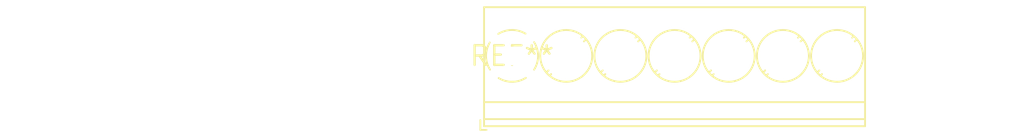
<source format=kicad_pcb>
(kicad_pcb (version 20240108) (generator pcbnew)
  (layers (0 "F.Cu" signal) (31 "B.Cu" signal) (34 "B.Paste" user) (35 "F.Paste" user) (36 "B.SilkS" user "B.Silkscreen") (37 "F.SilkS" user "F.Silkscreen") (38 "B.Mask" user) (39 "F.Mask" user) (44 "Edge.Cuts" user))
  (net 0 "")
  (footprint "TerminalBlock_Phoenix_PT-1,5-7-3.5-H_1x07_P3.50mm_Horizontal" (layer "F.Cu") (at 0 0)
    (property "Reference" "REF**")
    (property "Value" "TerminalBlock_Phoenix_PT-1,5-7-3.5-H_1x07_P3.50mm_Horizontal")
    (fp_line (start -2.05 4.16) (end -2.05 4.8) (layer "F.SilkS") (stroke (width 0.12)))
    (fp_line (start -2.05 4.8) (end -1.65 4.8) (layer "F.SilkS") (stroke (width 0.12)))
    (fp_line (start -1.81 -3.16) (end -1.81 4.56) (layer "F.SilkS") (stroke (width 0.12)))
    (fp_line (start -1.81 -3.16) (end 22.81 -3.16) (layer "F.SilkS") (stroke (width 0.12)))
    (fp_line (start -1.81 3) (end 22.81 3) (layer "F.SilkS") (stroke (width 0.12)))
    (fp_line (start -1.81 4.1) (end 22.81 4.1) (layer "F.SilkS") (stroke (width 0.12)))
    (fp_line (start -1.81 4.56) (end 22.81 4.56) (layer "F.SilkS") (stroke (width 0.12)))
    (fp_line (start 2.355 0.941) (end 2.226 1.069) (layer "F.SilkS") (stroke (width 0.12)))
    (fp_line (start 2.525 1.181) (end 2.431 1.274) (layer "F.SilkS") (stroke (width 0.12)))
    (fp_line (start 4.57 -1.275) (end 4.476 -1.181) (layer "F.SilkS") (stroke (width 0.12)))
    (fp_line (start 4.775 -1.069) (end 4.646 -0.941) (layer "F.SilkS") (stroke (width 0.12)))
    (fp_line (start 5.855 0.941) (end 5.726 1.069) (layer "F.SilkS") (stroke (width 0.12)))
    (fp_line (start 6.025 1.181) (end 5.931 1.274) (layer "F.SilkS") (stroke (width 0.12)))
    (fp_line (start 8.07 -1.275) (end 7.976 -1.181) (layer "F.SilkS") (stroke (width 0.12)))
    (fp_line (start 8.275 -1.069) (end 8.146 -0.941) (layer "F.SilkS") (stroke (width 0.12)))
    (fp_line (start 9.355 0.941) (end 9.226 1.069) (layer "F.SilkS") (stroke (width 0.12)))
    (fp_line (start 9.525 1.181) (end 9.431 1.274) (layer "F.SilkS") (stroke (width 0.12)))
    (fp_line (start 11.57 -1.275) (end 11.476 -1.181) (layer "F.SilkS") (stroke (width 0.12)))
    (fp_line (start 11.775 -1.069) (end 11.646 -0.941) (layer "F.SilkS") (stroke (width 0.12)))
    (fp_line (start 12.855 0.941) (end 12.726 1.069) (layer "F.SilkS") (stroke (width 0.12)))
    (fp_line (start 13.025 1.181) (end 12.931 1.274) (layer "F.SilkS") (stroke (width 0.12)))
    (fp_line (start 15.07 -1.275) (end 14.976 -1.181) (layer "F.SilkS") (stroke (width 0.12)))
    (fp_line (start 15.275 -1.069) (end 15.146 -0.941) (layer "F.SilkS") (stroke (width 0.12)))
    (fp_line (start 16.355 0.941) (end 16.226 1.069) (layer "F.SilkS") (stroke (width 0.12)))
    (fp_line (start 16.525 1.181) (end 16.431 1.274) (layer "F.SilkS") (stroke (width 0.12)))
    (fp_line (start 18.57 -1.275) (end 18.476 -1.181) (layer "F.SilkS") (stroke (width 0.12)))
    (fp_line (start 18.775 -1.069) (end 18.646 -0.941) (layer "F.SilkS") (stroke (width 0.12)))
    (fp_line (start 19.855 0.941) (end 19.726 1.069) (layer "F.SilkS") (stroke (width 0.12)))
    (fp_line (start 20.025 1.181) (end 19.931 1.274) (layer "F.SilkS") (stroke (width 0.12)))
    (fp_line (start 22.07 -1.275) (end 21.976 -1.181) (layer "F.SilkS") (stroke (width 0.12)))
    (fp_line (start 22.275 -1.069) (end 22.146 -0.941) (layer "F.SilkS") (stroke (width 0.12)))
    (fp_line (start 22.81 -3.16) (end 22.81 4.56) (layer "F.SilkS") (stroke (width 0.12)))
    (fp_arc (start -1.425358 0.889894) (mid -1.680286 0.014012) (end -1.44 -0.866) (layer "F.SilkS") (stroke (width 0.12)))
    (fp_arc (start -0.889894 -1.425358) (mid -0.014012 -1.680286) (end 0.866 -1.44) (layer "F.SilkS") (stroke (width 0.12)))
    (fp_arc (start 0.028674 1.680099) (mid -0.435535 1.622918) (end -0.866 1.44) (layer "F.SilkS") (stroke (width 0.12)))
    (fp_arc (start 0.890264 1.424721) (mid 0.463071 1.61492) (end 0 1.68) (layer "F.SilkS") (stroke (width 0.12)))
    (fp_arc (start 1.425504 -0.890193) (mid 1.680626 0.000476) (end 1.425 0.891) (layer "F.SilkS") (stroke (width 0.12)))
    (fp_circle (center 3.5 0) (end 5.18 0) (layer "F.SilkS") (stroke (width 0.12)) (fill none))
    (fp_circle (center 7 0) (end 8.68 0) (layer "F.SilkS") (stroke (width 0.12)) (fill none))
    (fp_circle (center 10.5 0) (end 12.18 0) (layer "F.SilkS") (stroke (width 0.12)) (fill none))
    (fp_circle (center 14 0) (end 15.68 0) (layer "F.SilkS") (stroke (width 0.12)) (fill none))
    (fp_circle (center 17.5 0) (end 19.18 0) (layer "F.SilkS") (stroke (width 0.12)) (fill none))
    (fp_circle (center 21 0) (end 22.68 0) (layer "F.SilkS") (stroke (width 0.12)) (fill none))
    (pad "1" thru_hole rect (at 0 0) (size 2.4 2.4) (drill 1.2) (layers *.Cu *.Mask) (remove_unused_layers))
    (pad "2" thru_hole circle (at 3.5 0) (size 2.4 2.4) (drill 1.2) (layers *.Cu *.Mask) (remove_unused_layers))
    (pad "3" thru_hole circle (at 7 0) (size 2.4 2.4) (drill 1.2) (layers *.Cu *.Mask) (remove_unused_layers))
    (pad "4" thru_hole circle (at 10.5 0) (size 2.4 2.4) (drill 1.2) (layers *.Cu *.Mask) (remove_unused_layers))
    (pad "5" thru_hole circle (at 14 0) (size 2.4 2.4) (drill 1.2) (layers *.Cu *.Mask) (remove_unused_layers))
    (pad "6" thru_hole circle (at 17.5 0) (size 2.4 2.4) (drill 1.2) (layers *.Cu *.Mask) (remove_unused_layers))
    (pad "7" thru_hole circle (at 21 0) (size 2.4 2.4) (drill 1.2) (layers *.Cu *.Mask) (remove_unused_layers))
  )
)
</source>
